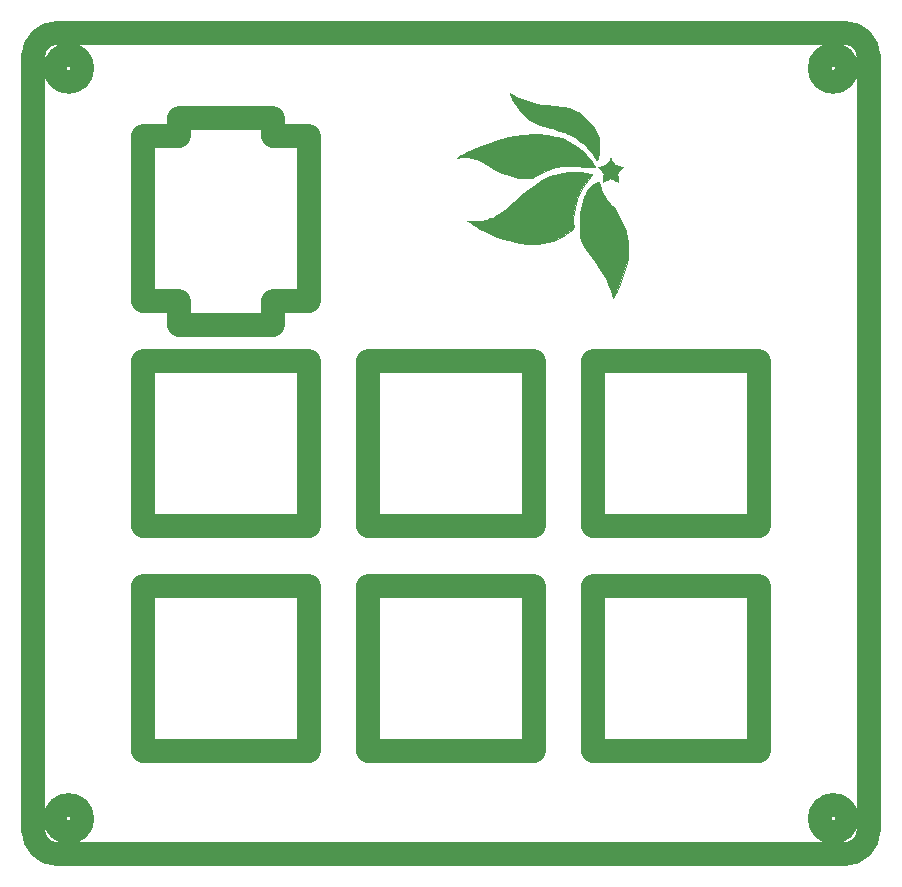
<source format=gbr>
G04 #@! TF.GenerationSoftware,KiCad,Pcbnew,(5.1.10)-1*
G04 #@! TF.CreationDate,2022-02-10T22:40:46+07:00*
G04 #@! TF.ProjectId,Plate,506c6174-652e-46b6-9963-61645f706362,rev?*
G04 #@! TF.SameCoordinates,Original*
G04 #@! TF.FileFunction,Soldermask,Top*
G04 #@! TF.FilePolarity,Negative*
%FSLAX45Y45*%
G04 Gerber Fmt 4.5, Leading zero omitted, Abs format (unit mm)*
G04 Created by KiCad (PCBNEW (5.1.10)-1) date 2022-02-10 22:40:46*
%MOMM*%
%LPD*%
G01*
G04 APERTURE LIST*
%ADD10C,2.000000*%
%ADD11C,0.010000*%
G04 APERTURE END LIST*
D10*
X25465104Y-10225040D02*
X25465104Y-8825040D01*
X25165104Y-10225040D02*
X25465104Y-10225040D01*
X25165104Y-10425040D02*
X25165104Y-10225040D01*
X24365104Y-10425040D02*
X25165104Y-10425040D01*
X30206118Y-8153473D02*
X30206118Y-14706575D01*
X30006118Y-7953473D02*
G75*
G02*
X30206118Y-8153473I0J-200000D01*
G01*
X23333926Y-7953473D02*
X30006118Y-7953473D01*
X23133926Y-8153473D02*
G75*
G02*
X23333926Y-7953473I200000J0D01*
G01*
X23133926Y-14706575D02*
X23133926Y-8153473D01*
X23333926Y-14906575D02*
G75*
G02*
X23133926Y-14706575I0J200000D01*
G01*
X30006118Y-14906575D02*
X23333926Y-14906574D01*
X30206118Y-14706575D02*
G75*
G02*
X30006118Y-14906575I-200000J0D01*
G01*
X25970000Y-12635000D02*
X25970000Y-14035000D01*
X27370000Y-12635000D02*
X25970000Y-12635000D01*
X27370000Y-14035000D02*
X27370000Y-12635000D01*
X25970000Y-14035000D02*
X27370000Y-14035000D01*
X23548926Y-14606575D02*
G75*
G03*
X23548926Y-14606575I-115000J0D01*
G01*
X27370000Y-12130000D02*
X27370000Y-10730000D01*
X25970000Y-12130000D02*
X27370000Y-12130000D01*
X25970000Y-10730000D02*
X25970000Y-12130000D01*
X27370000Y-10730000D02*
X25970000Y-10730000D01*
X25465000Y-12635000D02*
X24065000Y-12635000D01*
X25465000Y-14035000D02*
X25465000Y-12635000D01*
X24065000Y-14035000D02*
X25465000Y-14035000D01*
X24065000Y-12635000D02*
X24065000Y-14035000D01*
X30021118Y-14606575D02*
G75*
G03*
X30021118Y-14606575I-115000J0D01*
G01*
X30021118Y-8253473D02*
G75*
G03*
X30021118Y-8253473I-115000J0D01*
G01*
X27875000Y-10730000D02*
X27875000Y-12130000D01*
X29275000Y-10730000D02*
X27875000Y-10730000D01*
X29275000Y-12130000D02*
X29275000Y-10730000D01*
X27875000Y-12130000D02*
X29275000Y-12130000D01*
X29275000Y-12635000D02*
X27875000Y-12635000D01*
X29275000Y-14035000D02*
X29275000Y-12635000D01*
X27875000Y-14035000D02*
X29275000Y-14035000D01*
X27875000Y-12635000D02*
X27875000Y-14035000D01*
X23548926Y-8253473D02*
G75*
G03*
X23548926Y-8253473I-115000J0D01*
G01*
X25465000Y-12130000D02*
X25465000Y-10730000D01*
X24065000Y-12130000D02*
X25465000Y-12130000D01*
X24065000Y-10730000D02*
X24065000Y-12130000D01*
X25465000Y-10730000D02*
X24065000Y-10730000D01*
X25465104Y-8825040D02*
X25165104Y-8825040D01*
X24365104Y-10225040D02*
X24365104Y-10425040D01*
X24065104Y-10225040D02*
X24365104Y-10225040D01*
X24065104Y-8825040D02*
X24065104Y-10225040D01*
X24365104Y-8825040D02*
X24065104Y-8825040D01*
X24365104Y-8675040D02*
X24365104Y-8825040D01*
X25165104Y-8675040D02*
X24365104Y-8675040D01*
X25165104Y-8825040D02*
X25165104Y-8675040D01*
D11*
G36*
X27922656Y-9215958D02*
G01*
X27923727Y-9218405D01*
X27925557Y-9223840D01*
X27927894Y-9231474D01*
X27930490Y-9240518D01*
X27930653Y-9241106D01*
X27940265Y-9271998D01*
X27951020Y-9299361D01*
X27963023Y-9323434D01*
X27976381Y-9344456D01*
X27976392Y-9344470D01*
X27980659Y-9350100D01*
X27986836Y-9357847D01*
X27994254Y-9366894D01*
X28002246Y-9376420D01*
X28006829Y-9381783D01*
X28028221Y-9407482D01*
X28047054Y-9432087D01*
X28064007Y-9456624D01*
X28079756Y-9482118D01*
X28094978Y-9509595D01*
X28107474Y-9534183D01*
X28120798Y-9561997D01*
X28132085Y-9587220D01*
X28141528Y-9610468D01*
X28149322Y-9632358D01*
X28155661Y-9653504D01*
X28160740Y-9674525D01*
X28164752Y-9696035D01*
X28167893Y-9718651D01*
X28169096Y-9729568D01*
X28170019Y-9742611D01*
X28170498Y-9758548D01*
X28170555Y-9776393D01*
X28170216Y-9795160D01*
X28169502Y-9813864D01*
X28168437Y-9831518D01*
X28167045Y-9847137D01*
X28166133Y-9854614D01*
X28157598Y-9904093D01*
X28145548Y-9954595D01*
X28130108Y-10005723D01*
X28111402Y-10057077D01*
X28089556Y-10108261D01*
X28080181Y-10128152D01*
X28072857Y-10142991D01*
X28065826Y-10156684D01*
X28059290Y-10168879D01*
X28053453Y-10179226D01*
X28048517Y-10187375D01*
X28044686Y-10192972D01*
X28042163Y-10195669D01*
X28041224Y-10195508D01*
X28040329Y-10192717D01*
X28038503Y-10186910D01*
X28035969Y-10178801D01*
X28032952Y-10169107D01*
X28031156Y-10163322D01*
X28021313Y-10133091D01*
X28010964Y-10104470D01*
X27999861Y-10077003D01*
X27987758Y-10050233D01*
X27974410Y-10023705D01*
X27959568Y-9996961D01*
X27942986Y-9969545D01*
X27924419Y-9941000D01*
X27903619Y-9910871D01*
X27880340Y-9878700D01*
X27869555Y-9864192D01*
X27856217Y-9846336D01*
X27844965Y-9831177D01*
X27835514Y-9818306D01*
X27827580Y-9807313D01*
X27820876Y-9797791D01*
X27815119Y-9789329D01*
X27810021Y-9781521D01*
X27805299Y-9773956D01*
X27800666Y-9766226D01*
X27797955Y-9761587D01*
X27782265Y-9731046D01*
X27770207Y-9699642D01*
X27765193Y-9682412D01*
X27759660Y-9661183D01*
X27759803Y-9597683D01*
X27759995Y-9572278D01*
X27760490Y-9549979D01*
X27761344Y-9529993D01*
X27762616Y-9511528D01*
X27764363Y-9493789D01*
X27766643Y-9475984D01*
X27769515Y-9457319D01*
X27770465Y-9451642D01*
X27778238Y-9412563D01*
X27787712Y-9376725D01*
X27798863Y-9344179D01*
X27811664Y-9314975D01*
X27826090Y-9289165D01*
X27842117Y-9266800D01*
X27859718Y-9247929D01*
X27878869Y-9232604D01*
X27879479Y-9232192D01*
X27887020Y-9227649D01*
X27895440Y-9223412D01*
X27903941Y-9219781D01*
X27911725Y-9217056D01*
X27917993Y-9215538D01*
X27921946Y-9215527D01*
X27922656Y-9215958D01*
G37*
X27922656Y-9215958D02*
X27923727Y-9218405D01*
X27925557Y-9223840D01*
X27927894Y-9231474D01*
X27930490Y-9240518D01*
X27930653Y-9241106D01*
X27940265Y-9271998D01*
X27951020Y-9299361D01*
X27963023Y-9323434D01*
X27976381Y-9344456D01*
X27976392Y-9344470D01*
X27980659Y-9350100D01*
X27986836Y-9357847D01*
X27994254Y-9366894D01*
X28002246Y-9376420D01*
X28006829Y-9381783D01*
X28028221Y-9407482D01*
X28047054Y-9432087D01*
X28064007Y-9456624D01*
X28079756Y-9482118D01*
X28094978Y-9509595D01*
X28107474Y-9534183D01*
X28120798Y-9561997D01*
X28132085Y-9587220D01*
X28141528Y-9610468D01*
X28149322Y-9632358D01*
X28155661Y-9653504D01*
X28160740Y-9674525D01*
X28164752Y-9696035D01*
X28167893Y-9718651D01*
X28169096Y-9729568D01*
X28170019Y-9742611D01*
X28170498Y-9758548D01*
X28170555Y-9776393D01*
X28170216Y-9795160D01*
X28169502Y-9813864D01*
X28168437Y-9831518D01*
X28167045Y-9847137D01*
X28166133Y-9854614D01*
X28157598Y-9904093D01*
X28145548Y-9954595D01*
X28130108Y-10005723D01*
X28111402Y-10057077D01*
X28089556Y-10108261D01*
X28080181Y-10128152D01*
X28072857Y-10142991D01*
X28065826Y-10156684D01*
X28059290Y-10168879D01*
X28053453Y-10179226D01*
X28048517Y-10187375D01*
X28044686Y-10192972D01*
X28042163Y-10195669D01*
X28041224Y-10195508D01*
X28040329Y-10192717D01*
X28038503Y-10186910D01*
X28035969Y-10178801D01*
X28032952Y-10169107D01*
X28031156Y-10163322D01*
X28021313Y-10133091D01*
X28010964Y-10104470D01*
X27999861Y-10077003D01*
X27987758Y-10050233D01*
X27974410Y-10023705D01*
X27959568Y-9996961D01*
X27942986Y-9969545D01*
X27924419Y-9941000D01*
X27903619Y-9910871D01*
X27880340Y-9878700D01*
X27869555Y-9864192D01*
X27856217Y-9846336D01*
X27844965Y-9831177D01*
X27835514Y-9818306D01*
X27827580Y-9807313D01*
X27820876Y-9797791D01*
X27815119Y-9789329D01*
X27810021Y-9781521D01*
X27805299Y-9773956D01*
X27800666Y-9766226D01*
X27797955Y-9761587D01*
X27782265Y-9731046D01*
X27770207Y-9699642D01*
X27765193Y-9682412D01*
X27759660Y-9661183D01*
X27759803Y-9597683D01*
X27759995Y-9572278D01*
X27760490Y-9549979D01*
X27761344Y-9529993D01*
X27762616Y-9511528D01*
X27764363Y-9493789D01*
X27766643Y-9475984D01*
X27769515Y-9457319D01*
X27770465Y-9451642D01*
X27778238Y-9412563D01*
X27787712Y-9376725D01*
X27798863Y-9344179D01*
X27811664Y-9314975D01*
X27826090Y-9289165D01*
X27842117Y-9266800D01*
X27859718Y-9247929D01*
X27878869Y-9232604D01*
X27879479Y-9232192D01*
X27887020Y-9227649D01*
X27895440Y-9223412D01*
X27903941Y-9219781D01*
X27911725Y-9217056D01*
X27917993Y-9215538D01*
X27921946Y-9215527D01*
X27922656Y-9215958D01*
G36*
X27723333Y-9133042D02*
G01*
X27749921Y-9133995D01*
X27776093Y-9135756D01*
X27801003Y-9138313D01*
X27811437Y-9139701D01*
X27819977Y-9141047D01*
X27829660Y-9142764D01*
X27839691Y-9144685D01*
X27849278Y-9146649D01*
X27857630Y-9148490D01*
X27863954Y-9150046D01*
X27867457Y-9151151D01*
X27867839Y-9151371D01*
X27866875Y-9152963D01*
X27863723Y-9156843D01*
X27858865Y-9162443D01*
X27852781Y-9169196D01*
X27852208Y-9169820D01*
X27828361Y-9197998D01*
X27805606Y-9229199D01*
X27784448Y-9262585D01*
X27765394Y-9297316D01*
X27748952Y-9332552D01*
X27739342Y-9356863D01*
X27726565Y-9396921D01*
X27716816Y-9438427D01*
X27710205Y-9480628D01*
X27706845Y-9522769D01*
X27706846Y-9564095D01*
X27707325Y-9573260D01*
X27708100Y-9584930D01*
X27708524Y-9593667D01*
X27708244Y-9600242D01*
X27706906Y-9605422D01*
X27704158Y-9609975D01*
X27699648Y-9614669D01*
X27693023Y-9620273D01*
X27683929Y-9627556D01*
X27681506Y-9629505D01*
X27646170Y-9655697D01*
X27609500Y-9678279D01*
X27571327Y-9697326D01*
X27531481Y-9712912D01*
X27489793Y-9725110D01*
X27446095Y-9733996D01*
X27441316Y-9734750D01*
X27430271Y-9736244D01*
X27418543Y-9737392D01*
X27405370Y-9738241D01*
X27389990Y-9738837D01*
X27371641Y-9739227D01*
X27366937Y-9739292D01*
X27353044Y-9739434D01*
X27340044Y-9739501D01*
X27328577Y-9739495D01*
X27319284Y-9739417D01*
X27312806Y-9739270D01*
X27310275Y-9739126D01*
X27259226Y-9732647D01*
X27209303Y-9723567D01*
X27160049Y-9711743D01*
X27111007Y-9697034D01*
X27061719Y-9679299D01*
X27011727Y-9658397D01*
X26960574Y-9634186D01*
X26945143Y-9626364D01*
X26931541Y-9619260D01*
X26917056Y-9611508D01*
X26902767Y-9603698D01*
X26889748Y-9596417D01*
X26879077Y-9590254D01*
X26878475Y-9589898D01*
X26868878Y-9584086D01*
X26858587Y-9577664D01*
X26848105Y-9570968D01*
X26837939Y-9564335D01*
X26828593Y-9558101D01*
X26820572Y-9552604D01*
X26814381Y-9548178D01*
X26810525Y-9545162D01*
X26809482Y-9543909D01*
X26811568Y-9543939D01*
X26816238Y-9544680D01*
X26819862Y-9545413D01*
X26824599Y-9546021D01*
X26832552Y-9546572D01*
X26843026Y-9547038D01*
X26855331Y-9547392D01*
X26868772Y-9547606D01*
X26876522Y-9547655D01*
X26895546Y-9547567D01*
X26911535Y-9547109D01*
X26925352Y-9546154D01*
X26937862Y-9544578D01*
X26949929Y-9542257D01*
X26962417Y-9539066D01*
X26976190Y-9534879D01*
X26984960Y-9531995D01*
X27003665Y-9525155D01*
X27022294Y-9517135D01*
X27041116Y-9507749D01*
X27060399Y-9496814D01*
X27080412Y-9484146D01*
X27101423Y-9469559D01*
X27123701Y-9452870D01*
X27147515Y-9433895D01*
X27173132Y-9412449D01*
X27200823Y-9388347D01*
X27222352Y-9369104D01*
X27240294Y-9353031D01*
X27258300Y-9337117D01*
X27275888Y-9321778D01*
X27292576Y-9307428D01*
X27307882Y-9294482D01*
X27321323Y-9283354D01*
X27332417Y-9274459D01*
X27332913Y-9274071D01*
X27369621Y-9246649D01*
X27405237Y-9222634D01*
X27440186Y-9201829D01*
X27474891Y-9184039D01*
X27509779Y-9169070D01*
X27545273Y-9156724D01*
X27581799Y-9146808D01*
X27619781Y-9139125D01*
X27629729Y-9137503D01*
X27649526Y-9135126D01*
X27672289Y-9133597D01*
X27697174Y-9132905D01*
X27723333Y-9133042D01*
G37*
X27723333Y-9133042D02*
X27749921Y-9133995D01*
X27776093Y-9135756D01*
X27801003Y-9138313D01*
X27811437Y-9139701D01*
X27819977Y-9141047D01*
X27829660Y-9142764D01*
X27839691Y-9144685D01*
X27849278Y-9146649D01*
X27857630Y-9148490D01*
X27863954Y-9150046D01*
X27867457Y-9151151D01*
X27867839Y-9151371D01*
X27866875Y-9152963D01*
X27863723Y-9156843D01*
X27858865Y-9162443D01*
X27852781Y-9169196D01*
X27852208Y-9169820D01*
X27828361Y-9197998D01*
X27805606Y-9229199D01*
X27784448Y-9262585D01*
X27765394Y-9297316D01*
X27748952Y-9332552D01*
X27739342Y-9356863D01*
X27726565Y-9396921D01*
X27716816Y-9438427D01*
X27710205Y-9480628D01*
X27706845Y-9522769D01*
X27706846Y-9564095D01*
X27707325Y-9573260D01*
X27708100Y-9584930D01*
X27708524Y-9593667D01*
X27708244Y-9600242D01*
X27706906Y-9605422D01*
X27704158Y-9609975D01*
X27699648Y-9614669D01*
X27693023Y-9620273D01*
X27683929Y-9627556D01*
X27681506Y-9629505D01*
X27646170Y-9655697D01*
X27609500Y-9678279D01*
X27571327Y-9697326D01*
X27531481Y-9712912D01*
X27489793Y-9725110D01*
X27446095Y-9733996D01*
X27441316Y-9734750D01*
X27430271Y-9736244D01*
X27418543Y-9737392D01*
X27405370Y-9738241D01*
X27389990Y-9738837D01*
X27371641Y-9739227D01*
X27366937Y-9739292D01*
X27353044Y-9739434D01*
X27340044Y-9739501D01*
X27328577Y-9739495D01*
X27319284Y-9739417D01*
X27312806Y-9739270D01*
X27310275Y-9739126D01*
X27259226Y-9732647D01*
X27209303Y-9723567D01*
X27160049Y-9711743D01*
X27111007Y-9697034D01*
X27061719Y-9679299D01*
X27011727Y-9658397D01*
X26960574Y-9634186D01*
X26945143Y-9626364D01*
X26931541Y-9619260D01*
X26917056Y-9611508D01*
X26902767Y-9603698D01*
X26889748Y-9596417D01*
X26879077Y-9590254D01*
X26878475Y-9589898D01*
X26868878Y-9584086D01*
X26858587Y-9577664D01*
X26848105Y-9570968D01*
X26837939Y-9564335D01*
X26828593Y-9558101D01*
X26820572Y-9552604D01*
X26814381Y-9548178D01*
X26810525Y-9545162D01*
X26809482Y-9543909D01*
X26811568Y-9543939D01*
X26816238Y-9544680D01*
X26819862Y-9545413D01*
X26824599Y-9546021D01*
X26832552Y-9546572D01*
X26843026Y-9547038D01*
X26855331Y-9547392D01*
X26868772Y-9547606D01*
X26876522Y-9547655D01*
X26895546Y-9547567D01*
X26911535Y-9547109D01*
X26925352Y-9546154D01*
X26937862Y-9544578D01*
X26949929Y-9542257D01*
X26962417Y-9539066D01*
X26976190Y-9534879D01*
X26984960Y-9531995D01*
X27003665Y-9525155D01*
X27022294Y-9517135D01*
X27041116Y-9507749D01*
X27060399Y-9496814D01*
X27080412Y-9484146D01*
X27101423Y-9469559D01*
X27123701Y-9452870D01*
X27147515Y-9433895D01*
X27173132Y-9412449D01*
X27200823Y-9388347D01*
X27222352Y-9369104D01*
X27240294Y-9353031D01*
X27258300Y-9337117D01*
X27275888Y-9321778D01*
X27292576Y-9307428D01*
X27307882Y-9294482D01*
X27321323Y-9283354D01*
X27332417Y-9274459D01*
X27332913Y-9274071D01*
X27369621Y-9246649D01*
X27405237Y-9222634D01*
X27440186Y-9201829D01*
X27474891Y-9184039D01*
X27509779Y-9169070D01*
X27545273Y-9156724D01*
X27581799Y-9146808D01*
X27619781Y-9139125D01*
X27629729Y-9137503D01*
X27649526Y-9135126D01*
X27672289Y-9133597D01*
X27697174Y-9132905D01*
X27723333Y-9133042D01*
G36*
X28021720Y-9015106D02*
G01*
X28024521Y-9019603D01*
X28028582Y-9026442D01*
X28033583Y-9035084D01*
X28038895Y-9044442D01*
X28056314Y-9075396D01*
X28090193Y-9081765D01*
X28101210Y-9083909D01*
X28110838Y-9085922D01*
X28118441Y-9087660D01*
X28123383Y-9088978D01*
X28125019Y-9089667D01*
X28124060Y-9091520D01*
X28120815Y-9095714D01*
X28115692Y-9101764D01*
X28109103Y-9109182D01*
X28102540Y-9116324D01*
X28093163Y-9126566D01*
X28086380Y-9134429D01*
X28081950Y-9140223D01*
X28079632Y-9144257D01*
X28079133Y-9146339D01*
X28079373Y-9149909D01*
X28080022Y-9156565D01*
X28080997Y-9165518D01*
X28082212Y-9175978D01*
X28082988Y-9182380D01*
X28084257Y-9192915D01*
X28085294Y-9201977D01*
X28086028Y-9208908D01*
X28086388Y-9213050D01*
X28086388Y-9213934D01*
X28084567Y-9213284D01*
X28079783Y-9211232D01*
X28072610Y-9208034D01*
X28063625Y-9203945D01*
X28054814Y-9199879D01*
X28044481Y-9195165D01*
X28035216Y-9191094D01*
X28027662Y-9187938D01*
X28022463Y-9185965D01*
X28020405Y-9185422D01*
X28017427Y-9186220D01*
X28011756Y-9188392D01*
X28004213Y-9191603D01*
X27995859Y-9195407D01*
X27982809Y-9201496D01*
X27971787Y-9206566D01*
X27963134Y-9210465D01*
X27957194Y-9213038D01*
X27954311Y-9214132D01*
X27954087Y-9214133D01*
X27954321Y-9212169D01*
X27954954Y-9206984D01*
X27955907Y-9199234D01*
X27957099Y-9189578D01*
X27957975Y-9182491D01*
X27959300Y-9171503D01*
X27960431Y-9161568D01*
X27961286Y-9153472D01*
X27961778Y-9148004D01*
X27961864Y-9146339D01*
X27960989Y-9143435D01*
X27958187Y-9139007D01*
X27953216Y-9132746D01*
X27945834Y-9124342D01*
X27938457Y-9116324D01*
X27930930Y-9108114D01*
X27924516Y-9100853D01*
X27919623Y-9095026D01*
X27916664Y-9091121D01*
X27915978Y-9089667D01*
X27918117Y-9088826D01*
X27923465Y-9087441D01*
X27931388Y-9085656D01*
X27941246Y-9083616D01*
X27950804Y-9081765D01*
X27984682Y-9075396D01*
X28002102Y-9044442D01*
X28007700Y-9034586D01*
X28012659Y-9026026D01*
X28016660Y-9019299D01*
X28019385Y-9014942D01*
X28020498Y-9013488D01*
X28021720Y-9015106D01*
G37*
X28021720Y-9015106D02*
X28024521Y-9019603D01*
X28028582Y-9026442D01*
X28033583Y-9035084D01*
X28038895Y-9044442D01*
X28056314Y-9075396D01*
X28090193Y-9081765D01*
X28101210Y-9083909D01*
X28110838Y-9085922D01*
X28118441Y-9087660D01*
X28123383Y-9088978D01*
X28125019Y-9089667D01*
X28124060Y-9091520D01*
X28120815Y-9095714D01*
X28115692Y-9101764D01*
X28109103Y-9109182D01*
X28102540Y-9116324D01*
X28093163Y-9126566D01*
X28086380Y-9134429D01*
X28081950Y-9140223D01*
X28079632Y-9144257D01*
X28079133Y-9146339D01*
X28079373Y-9149909D01*
X28080022Y-9156565D01*
X28080997Y-9165518D01*
X28082212Y-9175978D01*
X28082988Y-9182380D01*
X28084257Y-9192915D01*
X28085294Y-9201977D01*
X28086028Y-9208908D01*
X28086388Y-9213050D01*
X28086388Y-9213934D01*
X28084567Y-9213284D01*
X28079783Y-9211232D01*
X28072610Y-9208034D01*
X28063625Y-9203945D01*
X28054814Y-9199879D01*
X28044481Y-9195165D01*
X28035216Y-9191094D01*
X28027662Y-9187938D01*
X28022463Y-9185965D01*
X28020405Y-9185422D01*
X28017427Y-9186220D01*
X28011756Y-9188392D01*
X28004213Y-9191603D01*
X27995859Y-9195407D01*
X27982809Y-9201496D01*
X27971787Y-9206566D01*
X27963134Y-9210465D01*
X27957194Y-9213038D01*
X27954311Y-9214132D01*
X27954087Y-9214133D01*
X27954321Y-9212169D01*
X27954954Y-9206984D01*
X27955907Y-9199234D01*
X27957099Y-9189578D01*
X27957975Y-9182491D01*
X27959300Y-9171503D01*
X27960431Y-9161568D01*
X27961286Y-9153472D01*
X27961778Y-9148004D01*
X27961864Y-9146339D01*
X27960989Y-9143435D01*
X27958187Y-9139007D01*
X27953216Y-9132746D01*
X27945834Y-9124342D01*
X27938457Y-9116324D01*
X27930930Y-9108114D01*
X27924516Y-9100853D01*
X27919623Y-9095026D01*
X27916664Y-9091121D01*
X27915978Y-9089667D01*
X27918117Y-9088826D01*
X27923465Y-9087441D01*
X27931388Y-9085656D01*
X27941246Y-9083616D01*
X27950804Y-9081765D01*
X27984682Y-9075396D01*
X28002102Y-9044442D01*
X28007700Y-9034586D01*
X28012659Y-9026026D01*
X28016660Y-9019299D01*
X28019385Y-9014942D01*
X28020498Y-9013488D01*
X28021720Y-9015106D01*
G36*
X27424115Y-8813197D02*
G01*
X27461154Y-8815669D01*
X27495915Y-8819711D01*
X27516266Y-8823055D01*
X27562406Y-8833454D01*
X27606415Y-8847130D01*
X27648298Y-8864083D01*
X27688058Y-8884317D01*
X27725698Y-8907833D01*
X27761222Y-8934634D01*
X27794634Y-8964722D01*
X27825938Y-8998100D01*
X27854058Y-9033306D01*
X27860230Y-9041902D01*
X27866677Y-9051301D01*
X27873008Y-9060884D01*
X27878832Y-9070031D01*
X27883759Y-9078123D01*
X27887399Y-9084542D01*
X27889360Y-9088668D01*
X27889591Y-9089624D01*
X27887719Y-9090640D01*
X27882394Y-9091293D01*
X27874053Y-9091597D01*
X27863133Y-9091563D01*
X27850071Y-9091205D01*
X27835304Y-9090535D01*
X27819268Y-9089566D01*
X27802401Y-9088309D01*
X27785139Y-9086777D01*
X27783106Y-9086580D01*
X27754762Y-9084101D01*
X27726727Y-9082220D01*
X27699569Y-9080949D01*
X27673857Y-9080301D01*
X27650159Y-9080289D01*
X27629043Y-9080926D01*
X27611079Y-9082225D01*
X27607516Y-9082611D01*
X27566845Y-9088992D01*
X27527762Y-9098547D01*
X27489884Y-9111423D01*
X27452828Y-9127768D01*
X27416213Y-9147729D01*
X27383143Y-9169029D01*
X27362225Y-9183468D01*
X27324527Y-9183126D01*
X27312121Y-9182984D01*
X27300464Y-9182796D01*
X27290354Y-9182579D01*
X27282584Y-9182350D01*
X27278037Y-9182132D01*
X27272620Y-9181632D01*
X27264453Y-9180760D01*
X27254663Y-9179640D01*
X27244822Y-9178453D01*
X27215945Y-9174156D01*
X27188159Y-9168466D01*
X27160973Y-9161193D01*
X27133896Y-9152146D01*
X27106439Y-9141133D01*
X27078110Y-9127964D01*
X27048421Y-9112447D01*
X27016880Y-9094391D01*
X26994729Y-9080940D01*
X26969556Y-9065651D01*
X26946976Y-9052624D01*
X26926547Y-9041661D01*
X26907828Y-9032561D01*
X26890377Y-9025127D01*
X26873752Y-9019158D01*
X26857512Y-9014455D01*
X26841215Y-9010819D01*
X26838010Y-9010220D01*
X26823177Y-9008279D01*
X26805618Y-9007193D01*
X26786417Y-9006939D01*
X26766654Y-9007493D01*
X26747413Y-9008831D01*
X26729775Y-9010931D01*
X26719237Y-9012784D01*
X26718463Y-9012441D01*
X26720776Y-9010550D01*
X26725776Y-9007332D01*
X26733065Y-9003011D01*
X26742246Y-8997807D01*
X26752921Y-8991943D01*
X26764691Y-8985640D01*
X26777159Y-8979121D01*
X26789926Y-8972607D01*
X26802275Y-8966477D01*
X26861051Y-8939090D01*
X26920493Y-8914017D01*
X26980191Y-8891386D01*
X27039735Y-8871328D01*
X27098715Y-8853970D01*
X27156721Y-8839443D01*
X27213343Y-8827877D01*
X27268170Y-8819399D01*
X27269245Y-8819262D01*
X27307363Y-8815328D01*
X27346416Y-8813015D01*
X27385602Y-8812309D01*
X27424115Y-8813197D01*
G37*
X27424115Y-8813197D02*
X27461154Y-8815669D01*
X27495915Y-8819711D01*
X27516266Y-8823055D01*
X27562406Y-8833454D01*
X27606415Y-8847130D01*
X27648298Y-8864083D01*
X27688058Y-8884317D01*
X27725698Y-8907833D01*
X27761222Y-8934634D01*
X27794634Y-8964722D01*
X27825938Y-8998100D01*
X27854058Y-9033306D01*
X27860230Y-9041902D01*
X27866677Y-9051301D01*
X27873008Y-9060884D01*
X27878832Y-9070031D01*
X27883759Y-9078123D01*
X27887399Y-9084542D01*
X27889360Y-9088668D01*
X27889591Y-9089624D01*
X27887719Y-9090640D01*
X27882394Y-9091293D01*
X27874053Y-9091597D01*
X27863133Y-9091563D01*
X27850071Y-9091205D01*
X27835304Y-9090535D01*
X27819268Y-9089566D01*
X27802401Y-9088309D01*
X27785139Y-9086777D01*
X27783106Y-9086580D01*
X27754762Y-9084101D01*
X27726727Y-9082220D01*
X27699569Y-9080949D01*
X27673857Y-9080301D01*
X27650159Y-9080289D01*
X27629043Y-9080926D01*
X27611079Y-9082225D01*
X27607516Y-9082611D01*
X27566845Y-9088992D01*
X27527762Y-9098547D01*
X27489884Y-9111423D01*
X27452828Y-9127768D01*
X27416213Y-9147729D01*
X27383143Y-9169029D01*
X27362225Y-9183468D01*
X27324527Y-9183126D01*
X27312121Y-9182984D01*
X27300464Y-9182796D01*
X27290354Y-9182579D01*
X27282584Y-9182350D01*
X27278037Y-9182132D01*
X27272620Y-9181632D01*
X27264453Y-9180760D01*
X27254663Y-9179640D01*
X27244822Y-9178453D01*
X27215945Y-9174156D01*
X27188159Y-9168466D01*
X27160973Y-9161193D01*
X27133896Y-9152146D01*
X27106439Y-9141133D01*
X27078110Y-9127964D01*
X27048421Y-9112447D01*
X27016880Y-9094391D01*
X26994729Y-9080940D01*
X26969556Y-9065651D01*
X26946976Y-9052624D01*
X26926547Y-9041661D01*
X26907828Y-9032561D01*
X26890377Y-9025127D01*
X26873752Y-9019158D01*
X26857512Y-9014455D01*
X26841215Y-9010819D01*
X26838010Y-9010220D01*
X26823177Y-9008279D01*
X26805618Y-9007193D01*
X26786417Y-9006939D01*
X26766654Y-9007493D01*
X26747413Y-9008831D01*
X26729775Y-9010931D01*
X26719237Y-9012784D01*
X26718463Y-9012441D01*
X26720776Y-9010550D01*
X26725776Y-9007332D01*
X26733065Y-9003011D01*
X26742246Y-8997807D01*
X26752921Y-8991943D01*
X26764691Y-8985640D01*
X26777159Y-8979121D01*
X26789926Y-8972607D01*
X26802275Y-8966477D01*
X26861051Y-8939090D01*
X26920493Y-8914017D01*
X26980191Y-8891386D01*
X27039735Y-8871328D01*
X27098715Y-8853970D01*
X27156721Y-8839443D01*
X27213343Y-8827877D01*
X27268170Y-8819399D01*
X27269245Y-8819262D01*
X27307363Y-8815328D01*
X27346416Y-8813015D01*
X27385602Y-8812309D01*
X27424115Y-8813197D01*
G36*
X27170293Y-8467780D02*
G01*
X27175000Y-8469967D01*
X27182275Y-8473447D01*
X27191656Y-8477996D01*
X27202676Y-8483390D01*
X27213072Y-8488514D01*
X27241765Y-8502305D01*
X27268902Y-8514445D01*
X27295017Y-8525072D01*
X27320642Y-8534323D01*
X27346311Y-8542336D01*
X27372560Y-8549250D01*
X27399922Y-8555201D01*
X27428930Y-8560329D01*
X27460119Y-8564770D01*
X27494023Y-8568663D01*
X27531175Y-8572145D01*
X27539852Y-8572871D01*
X27569219Y-8575500D01*
X27595161Y-8578334D01*
X27618163Y-8581478D01*
X27638706Y-8585040D01*
X27657273Y-8589128D01*
X27674348Y-8593847D01*
X27690412Y-8599307D01*
X27705949Y-8605613D01*
X27721442Y-8612872D01*
X27722537Y-8613419D01*
X27742618Y-8624243D01*
X27761377Y-8636058D01*
X27779574Y-8649434D01*
X27797973Y-8664941D01*
X27817335Y-8683148D01*
X27822277Y-8688050D01*
X27847252Y-8714491D01*
X27868603Y-8740347D01*
X27886435Y-8765976D01*
X27900855Y-8791733D01*
X27911968Y-8817974D01*
X27919882Y-8845055D01*
X27924702Y-8873333D01*
X27926536Y-8903164D01*
X27925488Y-8934903D01*
X27921667Y-8968907D01*
X27915939Y-9001760D01*
X27913382Y-9014928D01*
X27911438Y-9024450D01*
X27909702Y-9030456D01*
X27907768Y-9033072D01*
X27905233Y-9032426D01*
X27901689Y-9028646D01*
X27896732Y-9021860D01*
X27889957Y-9012195D01*
X27888654Y-9010357D01*
X27862388Y-8974972D01*
X27836415Y-8943172D01*
X27810431Y-8914682D01*
X27784131Y-8889226D01*
X27757210Y-8866529D01*
X27729363Y-8846313D01*
X27700286Y-8828305D01*
X27669783Y-8812279D01*
X27657232Y-8806366D01*
X27644944Y-8800931D01*
X27632447Y-8795815D01*
X27619267Y-8790856D01*
X27604933Y-8785897D01*
X27588971Y-8780778D01*
X27570910Y-8775338D01*
X27550277Y-8769419D01*
X27526599Y-8762860D01*
X27510545Y-8758501D01*
X27487014Y-8752078D01*
X27466779Y-8746379D01*
X27449330Y-8741230D01*
X27434161Y-8736456D01*
X27420762Y-8731883D01*
X27408627Y-8727337D01*
X27397246Y-8722643D01*
X27386113Y-8717627D01*
X27374718Y-8712116D01*
X27373293Y-8711404D01*
X27347571Y-8697330D01*
X27324229Y-8681875D01*
X27302176Y-8664241D01*
X27280322Y-8643632D01*
X27279615Y-8642916D01*
X27257220Y-8618486D01*
X27236674Y-8592423D01*
X27217535Y-8564094D01*
X27199364Y-8532867D01*
X27189078Y-8513147D01*
X27184900Y-8504623D01*
X27180592Y-8495485D01*
X27176491Y-8486490D01*
X27172934Y-8478396D01*
X27170256Y-8471959D01*
X27168793Y-8467937D01*
X27168622Y-8467110D01*
X27170293Y-8467780D01*
G37*
X27170293Y-8467780D02*
X27175000Y-8469967D01*
X27182275Y-8473447D01*
X27191656Y-8477996D01*
X27202676Y-8483390D01*
X27213072Y-8488514D01*
X27241765Y-8502305D01*
X27268902Y-8514445D01*
X27295017Y-8525072D01*
X27320642Y-8534323D01*
X27346311Y-8542336D01*
X27372560Y-8549250D01*
X27399922Y-8555201D01*
X27428930Y-8560329D01*
X27460119Y-8564770D01*
X27494023Y-8568663D01*
X27531175Y-8572145D01*
X27539852Y-8572871D01*
X27569219Y-8575500D01*
X27595161Y-8578334D01*
X27618163Y-8581478D01*
X27638706Y-8585040D01*
X27657273Y-8589128D01*
X27674348Y-8593847D01*
X27690412Y-8599307D01*
X27705949Y-8605613D01*
X27721442Y-8612872D01*
X27722537Y-8613419D01*
X27742618Y-8624243D01*
X27761377Y-8636058D01*
X27779574Y-8649434D01*
X27797973Y-8664941D01*
X27817335Y-8683148D01*
X27822277Y-8688050D01*
X27847252Y-8714491D01*
X27868603Y-8740347D01*
X27886435Y-8765976D01*
X27900855Y-8791733D01*
X27911968Y-8817974D01*
X27919882Y-8845055D01*
X27924702Y-8873333D01*
X27926536Y-8903164D01*
X27925488Y-8934903D01*
X27921667Y-8968907D01*
X27915939Y-9001760D01*
X27913382Y-9014928D01*
X27911438Y-9024450D01*
X27909702Y-9030456D01*
X27907768Y-9033072D01*
X27905233Y-9032426D01*
X27901689Y-9028646D01*
X27896732Y-9021860D01*
X27889957Y-9012195D01*
X27888654Y-9010357D01*
X27862388Y-8974972D01*
X27836415Y-8943172D01*
X27810431Y-8914682D01*
X27784131Y-8889226D01*
X27757210Y-8866529D01*
X27729363Y-8846313D01*
X27700286Y-8828305D01*
X27669783Y-8812279D01*
X27657232Y-8806366D01*
X27644944Y-8800931D01*
X27632447Y-8795815D01*
X27619267Y-8790856D01*
X27604933Y-8785897D01*
X27588971Y-8780778D01*
X27570910Y-8775338D01*
X27550277Y-8769419D01*
X27526599Y-8762860D01*
X27510545Y-8758501D01*
X27487014Y-8752078D01*
X27466779Y-8746379D01*
X27449330Y-8741230D01*
X27434161Y-8736456D01*
X27420762Y-8731883D01*
X27408627Y-8727337D01*
X27397246Y-8722643D01*
X27386113Y-8717627D01*
X27374718Y-8712116D01*
X27373293Y-8711404D01*
X27347571Y-8697330D01*
X27324229Y-8681875D01*
X27302176Y-8664241D01*
X27280322Y-8643632D01*
X27279615Y-8642916D01*
X27257220Y-8618486D01*
X27236674Y-8592423D01*
X27217535Y-8564094D01*
X27199364Y-8532867D01*
X27189078Y-8513147D01*
X27184900Y-8504623D01*
X27180592Y-8495485D01*
X27176491Y-8486490D01*
X27172934Y-8478396D01*
X27170256Y-8471959D01*
X27168793Y-8467937D01*
X27168622Y-8467110D01*
X27170293Y-8467780D01*
D10*
X25465104Y-10225040D02*
X25465104Y-8825040D01*
X25165104Y-10225040D02*
X25465104Y-10225040D01*
X25165104Y-10425040D02*
X25165104Y-10225040D01*
X24365104Y-10425040D02*
X25165104Y-10425040D01*
X30206118Y-8153473D02*
X30206118Y-14706575D01*
X30006118Y-7953473D02*
G75*
G02*
X30206118Y-8153473I0J-200000D01*
G01*
X23333926Y-7953473D02*
X30006118Y-7953473D01*
X23133926Y-8153473D02*
G75*
G02*
X23333926Y-7953473I200000J0D01*
G01*
X23133926Y-14706575D02*
X23133926Y-8153473D01*
X23333926Y-14906575D02*
G75*
G02*
X23133926Y-14706575I0J200000D01*
G01*
X30006118Y-14906575D02*
X23333926Y-14906574D01*
X30206118Y-14706575D02*
G75*
G02*
X30006118Y-14906575I-200000J0D01*
G01*
X25970000Y-12635000D02*
X25970000Y-14035000D01*
X27370000Y-12635000D02*
X25970000Y-12635000D01*
X27370000Y-14035000D02*
X27370000Y-12635000D01*
X25970000Y-14035000D02*
X27370000Y-14035000D01*
X23548926Y-14606575D02*
G75*
G03*
X23548926Y-14606575I-115000J0D01*
G01*
X27370000Y-12130000D02*
X27370000Y-10730000D01*
X25970000Y-12130000D02*
X27370000Y-12130000D01*
X25970000Y-10730000D02*
X25970000Y-12130000D01*
X27370000Y-10730000D02*
X25970000Y-10730000D01*
X25465000Y-12635000D02*
X24065000Y-12635000D01*
X25465000Y-14035000D02*
X25465000Y-12635000D01*
X24065000Y-14035000D02*
X25465000Y-14035000D01*
X24065000Y-12635000D02*
X24065000Y-14035000D01*
X30021118Y-14606575D02*
G75*
G03*
X30021118Y-14606575I-115000J0D01*
G01*
X30021118Y-8253473D02*
G75*
G03*
X30021118Y-8253473I-115000J0D01*
G01*
X27875000Y-10730000D02*
X27875000Y-12130000D01*
X29275000Y-10730000D02*
X27875000Y-10730000D01*
X29275000Y-12130000D02*
X29275000Y-10730000D01*
X27875000Y-12130000D02*
X29275000Y-12130000D01*
X29275000Y-12635000D02*
X27875000Y-12635000D01*
X29275000Y-14035000D02*
X29275000Y-12635000D01*
X27875000Y-14035000D02*
X29275000Y-14035000D01*
X27875000Y-12635000D02*
X27875000Y-14035000D01*
X23548926Y-8253473D02*
G75*
G03*
X23548926Y-8253473I-115000J0D01*
G01*
X25465000Y-12130000D02*
X25465000Y-10730000D01*
X24065000Y-12130000D02*
X25465000Y-12130000D01*
X24065000Y-10730000D02*
X24065000Y-12130000D01*
X25465000Y-10730000D02*
X24065000Y-10730000D01*
X25465104Y-8825040D02*
X25165104Y-8825040D01*
X24365104Y-10225040D02*
X24365104Y-10425040D01*
X24065104Y-10225040D02*
X24365104Y-10225040D01*
X24065104Y-8825040D02*
X24065104Y-10225040D01*
X24365104Y-8825040D02*
X24065104Y-8825040D01*
X24365104Y-8675040D02*
X24365104Y-8825040D01*
X25165104Y-8675040D02*
X24365104Y-8675040D01*
X25165104Y-8825040D02*
X25165104Y-8675040D01*
D11*
G36*
X27922656Y-9215958D02*
G01*
X27923727Y-9218405D01*
X27925557Y-9223840D01*
X27927894Y-9231474D01*
X27930490Y-9240518D01*
X27930653Y-9241106D01*
X27940265Y-9271998D01*
X27951020Y-9299361D01*
X27963023Y-9323434D01*
X27976381Y-9344456D01*
X27976392Y-9344470D01*
X27980659Y-9350100D01*
X27986836Y-9357847D01*
X27994254Y-9366894D01*
X28002246Y-9376420D01*
X28006829Y-9381783D01*
X28028221Y-9407482D01*
X28047054Y-9432087D01*
X28064007Y-9456624D01*
X28079756Y-9482118D01*
X28094978Y-9509595D01*
X28107474Y-9534183D01*
X28120798Y-9561997D01*
X28132085Y-9587220D01*
X28141528Y-9610468D01*
X28149322Y-9632358D01*
X28155661Y-9653504D01*
X28160740Y-9674525D01*
X28164752Y-9696035D01*
X28167893Y-9718651D01*
X28169096Y-9729568D01*
X28170019Y-9742611D01*
X28170498Y-9758548D01*
X28170555Y-9776393D01*
X28170216Y-9795160D01*
X28169502Y-9813864D01*
X28168437Y-9831518D01*
X28167045Y-9847137D01*
X28166133Y-9854614D01*
X28157598Y-9904093D01*
X28145548Y-9954595D01*
X28130108Y-10005723D01*
X28111402Y-10057077D01*
X28089556Y-10108261D01*
X28080181Y-10128152D01*
X28072857Y-10142991D01*
X28065826Y-10156684D01*
X28059290Y-10168879D01*
X28053453Y-10179226D01*
X28048517Y-10187375D01*
X28044686Y-10192972D01*
X28042163Y-10195669D01*
X28041224Y-10195508D01*
X28040329Y-10192717D01*
X28038503Y-10186910D01*
X28035969Y-10178801D01*
X28032952Y-10169107D01*
X28031156Y-10163322D01*
X28021313Y-10133091D01*
X28010964Y-10104470D01*
X27999861Y-10077003D01*
X27987758Y-10050233D01*
X27974410Y-10023705D01*
X27959568Y-9996961D01*
X27942986Y-9969545D01*
X27924419Y-9941000D01*
X27903619Y-9910871D01*
X27880340Y-9878700D01*
X27869555Y-9864192D01*
X27856217Y-9846336D01*
X27844965Y-9831177D01*
X27835514Y-9818306D01*
X27827580Y-9807313D01*
X27820876Y-9797791D01*
X27815119Y-9789329D01*
X27810021Y-9781521D01*
X27805299Y-9773956D01*
X27800666Y-9766226D01*
X27797955Y-9761587D01*
X27782265Y-9731046D01*
X27770207Y-9699642D01*
X27765193Y-9682412D01*
X27759660Y-9661183D01*
X27759803Y-9597683D01*
X27759995Y-9572278D01*
X27760490Y-9549979D01*
X27761344Y-9529993D01*
X27762616Y-9511528D01*
X27764363Y-9493789D01*
X27766643Y-9475984D01*
X27769515Y-9457319D01*
X27770465Y-9451642D01*
X27778238Y-9412563D01*
X27787712Y-9376725D01*
X27798863Y-9344179D01*
X27811664Y-9314975D01*
X27826090Y-9289165D01*
X27842117Y-9266800D01*
X27859718Y-9247929D01*
X27878869Y-9232604D01*
X27879479Y-9232192D01*
X27887020Y-9227649D01*
X27895440Y-9223412D01*
X27903941Y-9219781D01*
X27911725Y-9217056D01*
X27917993Y-9215538D01*
X27921946Y-9215527D01*
X27922656Y-9215958D01*
G37*
X27922656Y-9215958D02*
X27923727Y-9218405D01*
X27925557Y-9223840D01*
X27927894Y-9231474D01*
X27930490Y-9240518D01*
X27930653Y-9241106D01*
X27940265Y-9271998D01*
X27951020Y-9299361D01*
X27963023Y-9323434D01*
X27976381Y-9344456D01*
X27976392Y-9344470D01*
X27980659Y-9350100D01*
X27986836Y-9357847D01*
X27994254Y-9366894D01*
X28002246Y-9376420D01*
X28006829Y-9381783D01*
X28028221Y-9407482D01*
X28047054Y-9432087D01*
X28064007Y-9456624D01*
X28079756Y-9482118D01*
X28094978Y-9509595D01*
X28107474Y-9534183D01*
X28120798Y-9561997D01*
X28132085Y-9587220D01*
X28141528Y-9610468D01*
X28149322Y-9632358D01*
X28155661Y-9653504D01*
X28160740Y-9674525D01*
X28164752Y-9696035D01*
X28167893Y-9718651D01*
X28169096Y-9729568D01*
X28170019Y-9742611D01*
X28170498Y-9758548D01*
X28170555Y-9776393D01*
X28170216Y-9795160D01*
X28169502Y-9813864D01*
X28168437Y-9831518D01*
X28167045Y-9847137D01*
X28166133Y-9854614D01*
X28157598Y-9904093D01*
X28145548Y-9954595D01*
X28130108Y-10005723D01*
X28111402Y-10057077D01*
X28089556Y-10108261D01*
X28080181Y-10128152D01*
X28072857Y-10142991D01*
X28065826Y-10156684D01*
X28059290Y-10168879D01*
X28053453Y-10179226D01*
X28048517Y-10187375D01*
X28044686Y-10192972D01*
X28042163Y-10195669D01*
X28041224Y-10195508D01*
X28040329Y-10192717D01*
X28038503Y-10186910D01*
X28035969Y-10178801D01*
X28032952Y-10169107D01*
X28031156Y-10163322D01*
X28021313Y-10133091D01*
X28010964Y-10104470D01*
X27999861Y-10077003D01*
X27987758Y-10050233D01*
X27974410Y-10023705D01*
X27959568Y-9996961D01*
X27942986Y-9969545D01*
X27924419Y-9941000D01*
X27903619Y-9910871D01*
X27880340Y-9878700D01*
X27869555Y-9864192D01*
X27856217Y-9846336D01*
X27844965Y-9831177D01*
X27835514Y-9818306D01*
X27827580Y-9807313D01*
X27820876Y-9797791D01*
X27815119Y-9789329D01*
X27810021Y-9781521D01*
X27805299Y-9773956D01*
X27800666Y-9766226D01*
X27797955Y-9761587D01*
X27782265Y-9731046D01*
X27770207Y-9699642D01*
X27765193Y-9682412D01*
X27759660Y-9661183D01*
X27759803Y-9597683D01*
X27759995Y-9572278D01*
X27760490Y-9549979D01*
X27761344Y-9529993D01*
X27762616Y-9511528D01*
X27764363Y-9493789D01*
X27766643Y-9475984D01*
X27769515Y-9457319D01*
X27770465Y-9451642D01*
X27778238Y-9412563D01*
X27787712Y-9376725D01*
X27798863Y-9344179D01*
X27811664Y-9314975D01*
X27826090Y-9289165D01*
X27842117Y-9266800D01*
X27859718Y-9247929D01*
X27878869Y-9232604D01*
X27879479Y-9232192D01*
X27887020Y-9227649D01*
X27895440Y-9223412D01*
X27903941Y-9219781D01*
X27911725Y-9217056D01*
X27917993Y-9215538D01*
X27921946Y-9215527D01*
X27922656Y-9215958D01*
G36*
X27723333Y-9133042D02*
G01*
X27749921Y-9133995D01*
X27776093Y-9135756D01*
X27801003Y-9138313D01*
X27811437Y-9139701D01*
X27819977Y-9141047D01*
X27829660Y-9142764D01*
X27839691Y-9144685D01*
X27849278Y-9146649D01*
X27857630Y-9148490D01*
X27863954Y-9150046D01*
X27867457Y-9151151D01*
X27867839Y-9151371D01*
X27866875Y-9152963D01*
X27863723Y-9156843D01*
X27858865Y-9162443D01*
X27852781Y-9169196D01*
X27852208Y-9169820D01*
X27828361Y-9197998D01*
X27805606Y-9229199D01*
X27784448Y-9262585D01*
X27765394Y-9297316D01*
X27748952Y-9332552D01*
X27739342Y-9356863D01*
X27726565Y-9396921D01*
X27716816Y-9438427D01*
X27710205Y-9480628D01*
X27706845Y-9522769D01*
X27706846Y-9564095D01*
X27707325Y-9573260D01*
X27708100Y-9584930D01*
X27708524Y-9593667D01*
X27708244Y-9600242D01*
X27706906Y-9605422D01*
X27704158Y-9609975D01*
X27699648Y-9614669D01*
X27693023Y-9620273D01*
X27683929Y-9627556D01*
X27681506Y-9629505D01*
X27646170Y-9655697D01*
X27609500Y-9678279D01*
X27571327Y-9697326D01*
X27531481Y-9712912D01*
X27489793Y-9725110D01*
X27446095Y-9733996D01*
X27441316Y-9734750D01*
X27430271Y-9736244D01*
X27418543Y-9737392D01*
X27405370Y-9738241D01*
X27389990Y-9738837D01*
X27371641Y-9739227D01*
X27366937Y-9739292D01*
X27353044Y-9739434D01*
X27340044Y-9739501D01*
X27328577Y-9739495D01*
X27319284Y-9739417D01*
X27312806Y-9739270D01*
X27310275Y-9739126D01*
X27259226Y-9732647D01*
X27209303Y-9723567D01*
X27160049Y-9711743D01*
X27111007Y-9697034D01*
X27061719Y-9679299D01*
X27011727Y-9658397D01*
X26960574Y-9634186D01*
X26945143Y-9626364D01*
X26931541Y-9619260D01*
X26917056Y-9611508D01*
X26902767Y-9603698D01*
X26889748Y-9596417D01*
X26879077Y-9590254D01*
X26878475Y-9589898D01*
X26868878Y-9584086D01*
X26858587Y-9577664D01*
X26848105Y-9570968D01*
X26837939Y-9564335D01*
X26828593Y-9558101D01*
X26820572Y-9552604D01*
X26814381Y-9548178D01*
X26810525Y-9545162D01*
X26809482Y-9543909D01*
X26811568Y-9543939D01*
X26816238Y-9544680D01*
X26819862Y-9545413D01*
X26824599Y-9546021D01*
X26832552Y-9546572D01*
X26843026Y-9547038D01*
X26855331Y-9547392D01*
X26868772Y-9547606D01*
X26876522Y-9547655D01*
X26895546Y-9547567D01*
X26911535Y-9547109D01*
X26925352Y-9546154D01*
X26937862Y-9544578D01*
X26949929Y-9542257D01*
X26962417Y-9539066D01*
X26976190Y-9534879D01*
X26984960Y-9531995D01*
X27003665Y-9525155D01*
X27022294Y-9517135D01*
X27041116Y-9507749D01*
X27060399Y-9496814D01*
X27080412Y-9484146D01*
X27101423Y-9469559D01*
X27123701Y-9452870D01*
X27147515Y-9433895D01*
X27173132Y-9412449D01*
X27200823Y-9388347D01*
X27222352Y-9369104D01*
X27240294Y-9353031D01*
X27258300Y-9337117D01*
X27275888Y-9321778D01*
X27292576Y-9307428D01*
X27307882Y-9294482D01*
X27321323Y-9283354D01*
X27332417Y-9274459D01*
X27332913Y-9274071D01*
X27369621Y-9246649D01*
X27405237Y-9222634D01*
X27440186Y-9201829D01*
X27474891Y-9184039D01*
X27509779Y-9169070D01*
X27545273Y-9156724D01*
X27581799Y-9146808D01*
X27619781Y-9139125D01*
X27629729Y-9137503D01*
X27649526Y-9135126D01*
X27672289Y-9133597D01*
X27697174Y-9132905D01*
X27723333Y-9133042D01*
G37*
X27723333Y-9133042D02*
X27749921Y-9133995D01*
X27776093Y-9135756D01*
X27801003Y-9138313D01*
X27811437Y-9139701D01*
X27819977Y-9141047D01*
X27829660Y-9142764D01*
X27839691Y-9144685D01*
X27849278Y-9146649D01*
X27857630Y-9148490D01*
X27863954Y-9150046D01*
X27867457Y-9151151D01*
X27867839Y-9151371D01*
X27866875Y-9152963D01*
X27863723Y-9156843D01*
X27858865Y-9162443D01*
X27852781Y-9169196D01*
X27852208Y-9169820D01*
X27828361Y-9197998D01*
X27805606Y-9229199D01*
X27784448Y-9262585D01*
X27765394Y-9297316D01*
X27748952Y-9332552D01*
X27739342Y-9356863D01*
X27726565Y-9396921D01*
X27716816Y-9438427D01*
X27710205Y-9480628D01*
X27706845Y-9522769D01*
X27706846Y-9564095D01*
X27707325Y-9573260D01*
X27708100Y-9584930D01*
X27708524Y-9593667D01*
X27708244Y-9600242D01*
X27706906Y-9605422D01*
X27704158Y-9609975D01*
X27699648Y-9614669D01*
X27693023Y-9620273D01*
X27683929Y-9627556D01*
X27681506Y-9629505D01*
X27646170Y-9655697D01*
X27609500Y-9678279D01*
X27571327Y-9697326D01*
X27531481Y-9712912D01*
X27489793Y-9725110D01*
X27446095Y-9733996D01*
X27441316Y-9734750D01*
X27430271Y-9736244D01*
X27418543Y-9737392D01*
X27405370Y-9738241D01*
X27389990Y-9738837D01*
X27371641Y-9739227D01*
X27366937Y-9739292D01*
X27353044Y-9739434D01*
X27340044Y-9739501D01*
X27328577Y-9739495D01*
X27319284Y-9739417D01*
X27312806Y-9739270D01*
X27310275Y-9739126D01*
X27259226Y-9732647D01*
X27209303Y-9723567D01*
X27160049Y-9711743D01*
X27111007Y-9697034D01*
X27061719Y-9679299D01*
X27011727Y-9658397D01*
X26960574Y-9634186D01*
X26945143Y-9626364D01*
X26931541Y-9619260D01*
X26917056Y-9611508D01*
X26902767Y-9603698D01*
X26889748Y-9596417D01*
X26879077Y-9590254D01*
X26878475Y-9589898D01*
X26868878Y-9584086D01*
X26858587Y-9577664D01*
X26848105Y-9570968D01*
X26837939Y-9564335D01*
X26828593Y-9558101D01*
X26820572Y-9552604D01*
X26814381Y-9548178D01*
X26810525Y-9545162D01*
X26809482Y-9543909D01*
X26811568Y-9543939D01*
X26816238Y-9544680D01*
X26819862Y-9545413D01*
X26824599Y-9546021D01*
X26832552Y-9546572D01*
X26843026Y-9547038D01*
X26855331Y-9547392D01*
X26868772Y-9547606D01*
X26876522Y-9547655D01*
X26895546Y-9547567D01*
X26911535Y-9547109D01*
X26925352Y-9546154D01*
X26937862Y-9544578D01*
X26949929Y-9542257D01*
X26962417Y-9539066D01*
X26976190Y-9534879D01*
X26984960Y-9531995D01*
X27003665Y-9525155D01*
X27022294Y-9517135D01*
X27041116Y-9507749D01*
X27060399Y-9496814D01*
X27080412Y-9484146D01*
X27101423Y-9469559D01*
X27123701Y-9452870D01*
X27147515Y-9433895D01*
X27173132Y-9412449D01*
X27200823Y-9388347D01*
X27222352Y-9369104D01*
X27240294Y-9353031D01*
X27258300Y-9337117D01*
X27275888Y-9321778D01*
X27292576Y-9307428D01*
X27307882Y-9294482D01*
X27321323Y-9283354D01*
X27332417Y-9274459D01*
X27332913Y-9274071D01*
X27369621Y-9246649D01*
X27405237Y-9222634D01*
X27440186Y-9201829D01*
X27474891Y-9184039D01*
X27509779Y-9169070D01*
X27545273Y-9156724D01*
X27581799Y-9146808D01*
X27619781Y-9139125D01*
X27629729Y-9137503D01*
X27649526Y-9135126D01*
X27672289Y-9133597D01*
X27697174Y-9132905D01*
X27723333Y-9133042D01*
G36*
X28021720Y-9015106D02*
G01*
X28024521Y-9019603D01*
X28028582Y-9026442D01*
X28033583Y-9035084D01*
X28038895Y-9044442D01*
X28056314Y-9075396D01*
X28090193Y-9081765D01*
X28101210Y-9083909D01*
X28110838Y-9085922D01*
X28118441Y-9087660D01*
X28123383Y-9088978D01*
X28125019Y-9089667D01*
X28124060Y-9091520D01*
X28120815Y-9095714D01*
X28115692Y-9101764D01*
X28109103Y-9109182D01*
X28102540Y-9116324D01*
X28093163Y-9126566D01*
X28086380Y-9134429D01*
X28081950Y-9140223D01*
X28079632Y-9144257D01*
X28079133Y-9146339D01*
X28079373Y-9149909D01*
X28080022Y-9156565D01*
X28080997Y-9165518D01*
X28082212Y-9175978D01*
X28082988Y-9182380D01*
X28084257Y-9192915D01*
X28085294Y-9201977D01*
X28086028Y-9208908D01*
X28086388Y-9213050D01*
X28086388Y-9213934D01*
X28084567Y-9213284D01*
X28079783Y-9211232D01*
X28072610Y-9208034D01*
X28063625Y-9203945D01*
X28054814Y-9199879D01*
X28044481Y-9195165D01*
X28035216Y-9191094D01*
X28027662Y-9187938D01*
X28022463Y-9185965D01*
X28020405Y-9185422D01*
X28017427Y-9186220D01*
X28011756Y-9188392D01*
X28004213Y-9191603D01*
X27995859Y-9195407D01*
X27982809Y-9201496D01*
X27971787Y-9206566D01*
X27963134Y-9210465D01*
X27957194Y-9213038D01*
X27954311Y-9214132D01*
X27954087Y-9214133D01*
X27954321Y-9212169D01*
X27954954Y-9206984D01*
X27955907Y-9199234D01*
X27957099Y-9189578D01*
X27957975Y-9182491D01*
X27959300Y-9171503D01*
X27960431Y-9161568D01*
X27961286Y-9153472D01*
X27961778Y-9148004D01*
X27961864Y-9146339D01*
X27960989Y-9143435D01*
X27958187Y-9139007D01*
X27953216Y-9132746D01*
X27945834Y-9124342D01*
X27938457Y-9116324D01*
X27930930Y-9108114D01*
X27924516Y-9100853D01*
X27919623Y-9095026D01*
X27916664Y-9091121D01*
X27915978Y-9089667D01*
X27918117Y-9088826D01*
X27923465Y-9087441D01*
X27931388Y-9085656D01*
X27941246Y-9083616D01*
X27950804Y-9081765D01*
X27984682Y-9075396D01*
X28002102Y-9044442D01*
X28007700Y-9034586D01*
X28012659Y-9026026D01*
X28016660Y-9019299D01*
X28019385Y-9014942D01*
X28020498Y-9013488D01*
X28021720Y-9015106D01*
G37*
X28021720Y-9015106D02*
X28024521Y-9019603D01*
X28028582Y-9026442D01*
X28033583Y-9035084D01*
X28038895Y-9044442D01*
X28056314Y-9075396D01*
X28090193Y-9081765D01*
X28101210Y-9083909D01*
X28110838Y-9085922D01*
X28118441Y-9087660D01*
X28123383Y-9088978D01*
X28125019Y-9089667D01*
X28124060Y-9091520D01*
X28120815Y-9095714D01*
X28115692Y-9101764D01*
X28109103Y-9109182D01*
X28102540Y-9116324D01*
X28093163Y-9126566D01*
X28086380Y-9134429D01*
X28081950Y-9140223D01*
X28079632Y-9144257D01*
X28079133Y-9146339D01*
X28079373Y-9149909D01*
X28080022Y-9156565D01*
X28080997Y-9165518D01*
X28082212Y-9175978D01*
X28082988Y-9182380D01*
X28084257Y-9192915D01*
X28085294Y-9201977D01*
X28086028Y-9208908D01*
X28086388Y-9213050D01*
X28086388Y-9213934D01*
X28084567Y-9213284D01*
X28079783Y-9211232D01*
X28072610Y-9208034D01*
X28063625Y-9203945D01*
X28054814Y-9199879D01*
X28044481Y-9195165D01*
X28035216Y-9191094D01*
X28027662Y-9187938D01*
X28022463Y-9185965D01*
X28020405Y-9185422D01*
X28017427Y-9186220D01*
X28011756Y-9188392D01*
X28004213Y-9191603D01*
X27995859Y-9195407D01*
X27982809Y-9201496D01*
X27971787Y-9206566D01*
X27963134Y-9210465D01*
X27957194Y-9213038D01*
X27954311Y-9214132D01*
X27954087Y-9214133D01*
X27954321Y-9212169D01*
X27954954Y-9206984D01*
X27955907Y-9199234D01*
X27957099Y-9189578D01*
X27957975Y-9182491D01*
X27959300Y-9171503D01*
X27960431Y-9161568D01*
X27961286Y-9153472D01*
X27961778Y-9148004D01*
X27961864Y-9146339D01*
X27960989Y-9143435D01*
X27958187Y-9139007D01*
X27953216Y-9132746D01*
X27945834Y-9124342D01*
X27938457Y-9116324D01*
X27930930Y-9108114D01*
X27924516Y-9100853D01*
X27919623Y-9095026D01*
X27916664Y-9091121D01*
X27915978Y-9089667D01*
X27918117Y-9088826D01*
X27923465Y-9087441D01*
X27931388Y-9085656D01*
X27941246Y-9083616D01*
X27950804Y-9081765D01*
X27984682Y-9075396D01*
X28002102Y-9044442D01*
X28007700Y-9034586D01*
X28012659Y-9026026D01*
X28016660Y-9019299D01*
X28019385Y-9014942D01*
X28020498Y-9013488D01*
X28021720Y-9015106D01*
G36*
X27424115Y-8813197D02*
G01*
X27461154Y-8815669D01*
X27495915Y-8819711D01*
X27516266Y-8823055D01*
X27562406Y-8833454D01*
X27606415Y-8847130D01*
X27648298Y-8864083D01*
X27688058Y-8884317D01*
X27725698Y-8907833D01*
X27761222Y-8934634D01*
X27794634Y-8964722D01*
X27825938Y-8998100D01*
X27854058Y-9033306D01*
X27860230Y-9041902D01*
X27866677Y-9051301D01*
X27873008Y-9060884D01*
X27878832Y-9070031D01*
X27883759Y-9078123D01*
X27887399Y-9084542D01*
X27889360Y-9088668D01*
X27889591Y-9089624D01*
X27887719Y-9090640D01*
X27882394Y-9091293D01*
X27874053Y-9091597D01*
X27863133Y-9091563D01*
X27850071Y-9091205D01*
X27835304Y-9090535D01*
X27819268Y-9089566D01*
X27802401Y-9088309D01*
X27785139Y-9086777D01*
X27783106Y-9086580D01*
X27754762Y-9084101D01*
X27726727Y-9082220D01*
X27699569Y-9080949D01*
X27673857Y-9080301D01*
X27650159Y-9080289D01*
X27629043Y-9080926D01*
X27611079Y-9082225D01*
X27607516Y-9082611D01*
X27566845Y-9088992D01*
X27527762Y-9098547D01*
X27489884Y-9111423D01*
X27452828Y-9127768D01*
X27416213Y-9147729D01*
X27383143Y-9169029D01*
X27362225Y-9183468D01*
X27324527Y-9183126D01*
X27312121Y-9182984D01*
X27300464Y-9182796D01*
X27290354Y-9182579D01*
X27282584Y-9182350D01*
X27278037Y-9182132D01*
X27272620Y-9181632D01*
X27264453Y-9180760D01*
X27254663Y-9179640D01*
X27244822Y-9178453D01*
X27215945Y-9174156D01*
X27188159Y-9168466D01*
X27160973Y-9161193D01*
X27133896Y-9152146D01*
X27106439Y-9141133D01*
X27078110Y-9127964D01*
X27048421Y-9112447D01*
X27016880Y-9094391D01*
X26994729Y-9080940D01*
X26969556Y-9065651D01*
X26946976Y-9052624D01*
X26926547Y-9041661D01*
X26907828Y-9032561D01*
X26890377Y-9025127D01*
X26873752Y-9019158D01*
X26857512Y-9014455D01*
X26841215Y-9010819D01*
X26838010Y-9010220D01*
X26823177Y-9008279D01*
X26805618Y-9007193D01*
X26786417Y-9006939D01*
X26766654Y-9007493D01*
X26747413Y-9008831D01*
X26729775Y-9010931D01*
X26719237Y-9012784D01*
X26718463Y-9012441D01*
X26720776Y-9010550D01*
X26725776Y-9007332D01*
X26733065Y-9003011D01*
X26742246Y-8997807D01*
X26752921Y-8991943D01*
X26764691Y-8985640D01*
X26777159Y-8979121D01*
X26789926Y-8972607D01*
X26802275Y-8966477D01*
X26861051Y-8939090D01*
X26920493Y-8914017D01*
X26980191Y-8891386D01*
X27039735Y-8871328D01*
X27098715Y-8853970D01*
X27156721Y-8839443D01*
X27213343Y-8827877D01*
X27268170Y-8819399D01*
X27269245Y-8819262D01*
X27307363Y-8815328D01*
X27346416Y-8813015D01*
X27385602Y-8812309D01*
X27424115Y-8813197D01*
G37*
X27424115Y-8813197D02*
X27461154Y-8815669D01*
X27495915Y-8819711D01*
X27516266Y-8823055D01*
X27562406Y-8833454D01*
X27606415Y-8847130D01*
X27648298Y-8864083D01*
X27688058Y-8884317D01*
X27725698Y-8907833D01*
X27761222Y-8934634D01*
X27794634Y-8964722D01*
X27825938Y-8998100D01*
X27854058Y-9033306D01*
X27860230Y-9041902D01*
X27866677Y-9051301D01*
X27873008Y-9060884D01*
X27878832Y-9070031D01*
X27883759Y-9078123D01*
X27887399Y-9084542D01*
X27889360Y-9088668D01*
X27889591Y-9089624D01*
X27887719Y-9090640D01*
X27882394Y-9091293D01*
X27874053Y-9091597D01*
X27863133Y-9091563D01*
X27850071Y-9091205D01*
X27835304Y-9090535D01*
X27819268Y-9089566D01*
X27802401Y-9088309D01*
X27785139Y-9086777D01*
X27783106Y-9086580D01*
X27754762Y-9084101D01*
X27726727Y-9082220D01*
X27699569Y-9080949D01*
X27673857Y-9080301D01*
X27650159Y-9080289D01*
X27629043Y-9080926D01*
X27611079Y-9082225D01*
X27607516Y-9082611D01*
X27566845Y-9088992D01*
X27527762Y-9098547D01*
X27489884Y-9111423D01*
X27452828Y-9127768D01*
X27416213Y-9147729D01*
X27383143Y-9169029D01*
X27362225Y-9183468D01*
X27324527Y-9183126D01*
X27312121Y-9182984D01*
X27300464Y-9182796D01*
X27290354Y-9182579D01*
X27282584Y-9182350D01*
X27278037Y-9182132D01*
X27272620Y-9181632D01*
X27264453Y-9180760D01*
X27254663Y-9179640D01*
X27244822Y-9178453D01*
X27215945Y-9174156D01*
X27188159Y-9168466D01*
X27160973Y-9161193D01*
X27133896Y-9152146D01*
X27106439Y-9141133D01*
X27078110Y-9127964D01*
X27048421Y-9112447D01*
X27016880Y-9094391D01*
X26994729Y-9080940D01*
X26969556Y-9065651D01*
X26946976Y-9052624D01*
X26926547Y-9041661D01*
X26907828Y-9032561D01*
X26890377Y-9025127D01*
X26873752Y-9019158D01*
X26857512Y-9014455D01*
X26841215Y-9010819D01*
X26838010Y-9010220D01*
X26823177Y-9008279D01*
X26805618Y-9007193D01*
X26786417Y-9006939D01*
X26766654Y-9007493D01*
X26747413Y-9008831D01*
X26729775Y-9010931D01*
X26719237Y-9012784D01*
X26718463Y-9012441D01*
X26720776Y-9010550D01*
X26725776Y-9007332D01*
X26733065Y-9003011D01*
X26742246Y-8997807D01*
X26752921Y-8991943D01*
X26764691Y-8985640D01*
X26777159Y-8979121D01*
X26789926Y-8972607D01*
X26802275Y-8966477D01*
X26861051Y-8939090D01*
X26920493Y-8914017D01*
X26980191Y-8891386D01*
X27039735Y-8871328D01*
X27098715Y-8853970D01*
X27156721Y-8839443D01*
X27213343Y-8827877D01*
X27268170Y-8819399D01*
X27269245Y-8819262D01*
X27307363Y-8815328D01*
X27346416Y-8813015D01*
X27385602Y-8812309D01*
X27424115Y-8813197D01*
G36*
X27170293Y-8467780D02*
G01*
X27175000Y-8469967D01*
X27182275Y-8473447D01*
X27191656Y-8477996D01*
X27202676Y-8483390D01*
X27213072Y-8488514D01*
X27241765Y-8502305D01*
X27268902Y-8514445D01*
X27295017Y-8525072D01*
X27320642Y-8534323D01*
X27346311Y-8542336D01*
X27372560Y-8549250D01*
X27399922Y-8555201D01*
X27428930Y-8560329D01*
X27460119Y-8564770D01*
X27494023Y-8568663D01*
X27531175Y-8572145D01*
X27539852Y-8572871D01*
X27569219Y-8575500D01*
X27595161Y-8578334D01*
X27618163Y-8581478D01*
X27638706Y-8585040D01*
X27657273Y-8589128D01*
X27674348Y-8593847D01*
X27690412Y-8599307D01*
X27705949Y-8605613D01*
X27721442Y-8612872D01*
X27722537Y-8613419D01*
X27742618Y-8624243D01*
X27761377Y-8636058D01*
X27779574Y-8649434D01*
X27797973Y-8664941D01*
X27817335Y-8683148D01*
X27822277Y-8688050D01*
X27847252Y-8714491D01*
X27868603Y-8740347D01*
X27886435Y-8765976D01*
X27900855Y-8791733D01*
X27911968Y-8817974D01*
X27919882Y-8845055D01*
X27924702Y-8873333D01*
X27926536Y-8903164D01*
X27925488Y-8934903D01*
X27921667Y-8968907D01*
X27915939Y-9001760D01*
X27913382Y-9014928D01*
X27911438Y-9024450D01*
X27909702Y-9030456D01*
X27907768Y-9033072D01*
X27905233Y-9032426D01*
X27901689Y-9028646D01*
X27896732Y-9021860D01*
X27889957Y-9012195D01*
X27888654Y-9010357D01*
X27862388Y-8974972D01*
X27836415Y-8943172D01*
X27810431Y-8914682D01*
X27784131Y-8889226D01*
X27757210Y-8866529D01*
X27729363Y-8846313D01*
X27700286Y-8828305D01*
X27669783Y-8812279D01*
X27657232Y-8806366D01*
X27644944Y-8800931D01*
X27632447Y-8795815D01*
X27619267Y-8790856D01*
X27604933Y-8785897D01*
X27588971Y-8780778D01*
X27570910Y-8775338D01*
X27550277Y-8769419D01*
X27526599Y-8762860D01*
X27510545Y-8758501D01*
X27487014Y-8752078D01*
X27466779Y-8746379D01*
X27449330Y-8741230D01*
X27434161Y-8736456D01*
X27420762Y-8731883D01*
X27408627Y-8727337D01*
X27397246Y-8722643D01*
X27386113Y-8717627D01*
X27374718Y-8712116D01*
X27373293Y-8711404D01*
X27347571Y-8697330D01*
X27324229Y-8681875D01*
X27302176Y-8664241D01*
X27280322Y-8643632D01*
X27279615Y-8642916D01*
X27257220Y-8618486D01*
X27236674Y-8592423D01*
X27217535Y-8564094D01*
X27199364Y-8532867D01*
X27189078Y-8513147D01*
X27184900Y-8504623D01*
X27180592Y-8495485D01*
X27176491Y-8486490D01*
X27172934Y-8478396D01*
X27170256Y-8471959D01*
X27168793Y-8467937D01*
X27168622Y-8467110D01*
X27170293Y-8467780D01*
G37*
X27170293Y-8467780D02*
X27175000Y-8469967D01*
X27182275Y-8473447D01*
X27191656Y-8477996D01*
X27202676Y-8483390D01*
X27213072Y-8488514D01*
X27241765Y-8502305D01*
X27268902Y-8514445D01*
X27295017Y-8525072D01*
X27320642Y-8534323D01*
X27346311Y-8542336D01*
X27372560Y-8549250D01*
X27399922Y-8555201D01*
X27428930Y-8560329D01*
X27460119Y-8564770D01*
X27494023Y-8568663D01*
X27531175Y-8572145D01*
X27539852Y-8572871D01*
X27569219Y-8575500D01*
X27595161Y-8578334D01*
X27618163Y-8581478D01*
X27638706Y-8585040D01*
X27657273Y-8589128D01*
X27674348Y-8593847D01*
X27690412Y-8599307D01*
X27705949Y-8605613D01*
X27721442Y-8612872D01*
X27722537Y-8613419D01*
X27742618Y-8624243D01*
X27761377Y-8636058D01*
X27779574Y-8649434D01*
X27797973Y-8664941D01*
X27817335Y-8683148D01*
X27822277Y-8688050D01*
X27847252Y-8714491D01*
X27868603Y-8740347D01*
X27886435Y-8765976D01*
X27900855Y-8791733D01*
X27911968Y-8817974D01*
X27919882Y-8845055D01*
X27924702Y-8873333D01*
X27926536Y-8903164D01*
X27925488Y-8934903D01*
X27921667Y-8968907D01*
X27915939Y-9001760D01*
X27913382Y-9014928D01*
X27911438Y-9024450D01*
X27909702Y-9030456D01*
X27907768Y-9033072D01*
X27905233Y-9032426D01*
X27901689Y-9028646D01*
X27896732Y-9021860D01*
X27889957Y-9012195D01*
X27888654Y-9010357D01*
X27862388Y-8974972D01*
X27836415Y-8943172D01*
X27810431Y-8914682D01*
X27784131Y-8889226D01*
X27757210Y-8866529D01*
X27729363Y-8846313D01*
X27700286Y-8828305D01*
X27669783Y-8812279D01*
X27657232Y-8806366D01*
X27644944Y-8800931D01*
X27632447Y-8795815D01*
X27619267Y-8790856D01*
X27604933Y-8785897D01*
X27588971Y-8780778D01*
X27570910Y-8775338D01*
X27550277Y-8769419D01*
X27526599Y-8762860D01*
X27510545Y-8758501D01*
X27487014Y-8752078D01*
X27466779Y-8746379D01*
X27449330Y-8741230D01*
X27434161Y-8736456D01*
X27420762Y-8731883D01*
X27408627Y-8727337D01*
X27397246Y-8722643D01*
X27386113Y-8717627D01*
X27374718Y-8712116D01*
X27373293Y-8711404D01*
X27347571Y-8697330D01*
X27324229Y-8681875D01*
X27302176Y-8664241D01*
X27280322Y-8643632D01*
X27279615Y-8642916D01*
X27257220Y-8618486D01*
X27236674Y-8592423D01*
X27217535Y-8564094D01*
X27199364Y-8532867D01*
X27189078Y-8513147D01*
X27184900Y-8504623D01*
X27180592Y-8495485D01*
X27176491Y-8486490D01*
X27172934Y-8478396D01*
X27170256Y-8471959D01*
X27168793Y-8467937D01*
X27168622Y-8467110D01*
X27170293Y-8467780D01*
M02*

</source>
